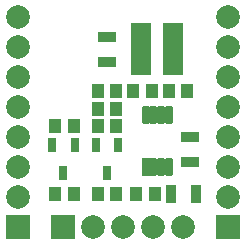
<source format=gts>
G04*
G04 #@! TF.GenerationSoftware,Altium Limited,Altium Designer,18.1.6 (161)*
G04*
G04 Layer_Color=8388736*
%FSLAX44Y44*%
%MOMM*%
G71*
G01*
G75*
%ADD23R,0.8000X1.2000*%
%ADD24R,0.7000X1.5500*%
G04:AMPARAMS|DCode=25|XSize=0.7mm|YSize=1.55mm|CornerRadius=0.225mm|HoleSize=0mm|Usage=FLASHONLY|Rotation=180.000|XOffset=0mm|YOffset=0mm|HoleType=Round|Shape=RoundedRectangle|*
%AMROUNDEDRECTD25*
21,1,0.7000,1.1000,0,0,180.0*
21,1,0.2500,1.5500,0,0,180.0*
1,1,0.4500,-0.1250,0.5500*
1,1,0.4500,0.1250,0.5500*
1,1,0.4500,0.1250,-0.5500*
1,1,0.4500,-0.1250,-0.5500*
%
%ADD25ROUNDEDRECTD25*%
%ADD26R,1.0000X1.1500*%
%ADD27R,1.7000X4.4000*%
%ADD28R,1.6000X0.9500*%
%ADD29R,0.9500X1.6000*%
%ADD30C,2.0000*%
%ADD31R,2.0000X2.0000*%
%ADD32R,2.0000X2.0000*%
D23*
X162000Y97000D02*
D03*
X143000D02*
D03*
X152500Y73000D02*
D03*
X125050Y96900D02*
D03*
X106050D02*
D03*
X115550Y72900D02*
D03*
D24*
X185250Y77750D02*
D03*
D25*
X191750D02*
D03*
X198250D02*
D03*
X204750D02*
D03*
X185250Y122250D02*
D03*
X191750D02*
D03*
X198250D02*
D03*
X204750D02*
D03*
D26*
X144750Y55000D02*
D03*
X160250D02*
D03*
X144750Y112500D02*
D03*
X160250D02*
D03*
X124100Y55000D02*
D03*
X108600D02*
D03*
X108600Y112500D02*
D03*
X124100D02*
D03*
X144750Y142500D02*
D03*
X160250D02*
D03*
X174750D02*
D03*
X190250D02*
D03*
X192750Y55000D02*
D03*
X177250D02*
D03*
X144750Y127500D02*
D03*
X160250D02*
D03*
X220250Y142500D02*
D03*
X204750D02*
D03*
D27*
X208500Y177500D02*
D03*
X181500D02*
D03*
D28*
X152500Y167000D02*
D03*
Y188000D02*
D03*
X222500Y82000D02*
D03*
Y103000D02*
D03*
D29*
X207000Y55000D02*
D03*
X228000D02*
D03*
D30*
X216500Y26900D02*
D03*
X191100D02*
D03*
X165700D02*
D03*
X140300D02*
D03*
X254600Y179300D02*
D03*
Y204700D02*
D03*
Y153900D02*
D03*
Y128500D02*
D03*
Y103100D02*
D03*
Y77700D02*
D03*
Y52300D02*
D03*
X76800Y179300D02*
D03*
Y204700D02*
D03*
Y153900D02*
D03*
Y128500D02*
D03*
Y103100D02*
D03*
Y77700D02*
D03*
Y52300D02*
D03*
D31*
X114900Y26900D02*
D03*
D32*
X254600D02*
D03*
X76800D02*
D03*
M02*

</source>
